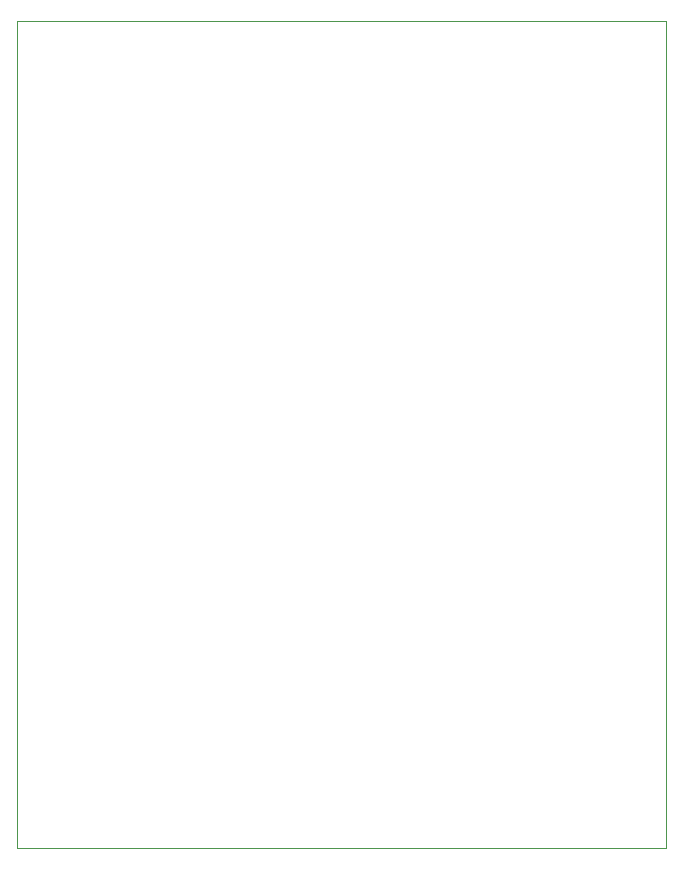
<source format=gbr>
G04 #@! TF.GenerationSoftware,KiCad,Pcbnew,(6.0.4)*
G04 #@! TF.CreationDate,2023-10-14T22:55:31+07:00*
G04 #@! TF.ProjectId,09-Prototype-Final-BugFixing,30392d50-726f-4746-9f74-7970652d4669,rev?*
G04 #@! TF.SameCoordinates,Original*
G04 #@! TF.FileFunction,Profile,NP*
%FSLAX46Y46*%
G04 Gerber Fmt 4.6, Leading zero omitted, Abs format (unit mm)*
G04 Created by KiCad (PCBNEW (6.0.4)) date 2023-10-14 22:55:31*
%MOMM*%
%LPD*%
G01*
G04 APERTURE LIST*
G04 #@! TA.AperFunction,Profile*
%ADD10C,0.100000*%
G04 #@! TD*
G04 APERTURE END LIST*
D10*
X150000000Y-40000000D02*
X205000000Y-40000000D01*
X205000000Y-40000000D02*
X205000000Y-110000000D01*
X205000000Y-110000000D02*
X150000000Y-110000000D01*
X150000000Y-110000000D02*
X150000000Y-40000000D01*
M02*

</source>
